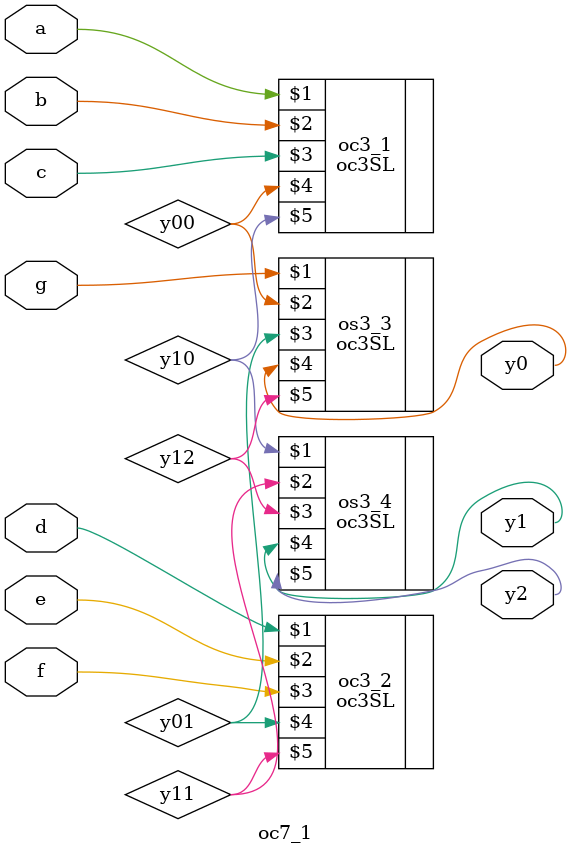
<source format=v>
`timescale 1ns/1ns
module oc7_1 (input a,b,c,d,e,f,g,  output y0 , y1 , y2);
    wire y00, y10, y01, y11, y12;
    oc3SL oc3_1(a, b, c, y00, y10);
    oc3SL oc3_2(d, e, f, y01, y11);
    oc3SL os3_3(g, y00, y01, y0, y12);
    oc3SL os3_4(y10, y11, y12, y1, y2);
endmodule

</source>
